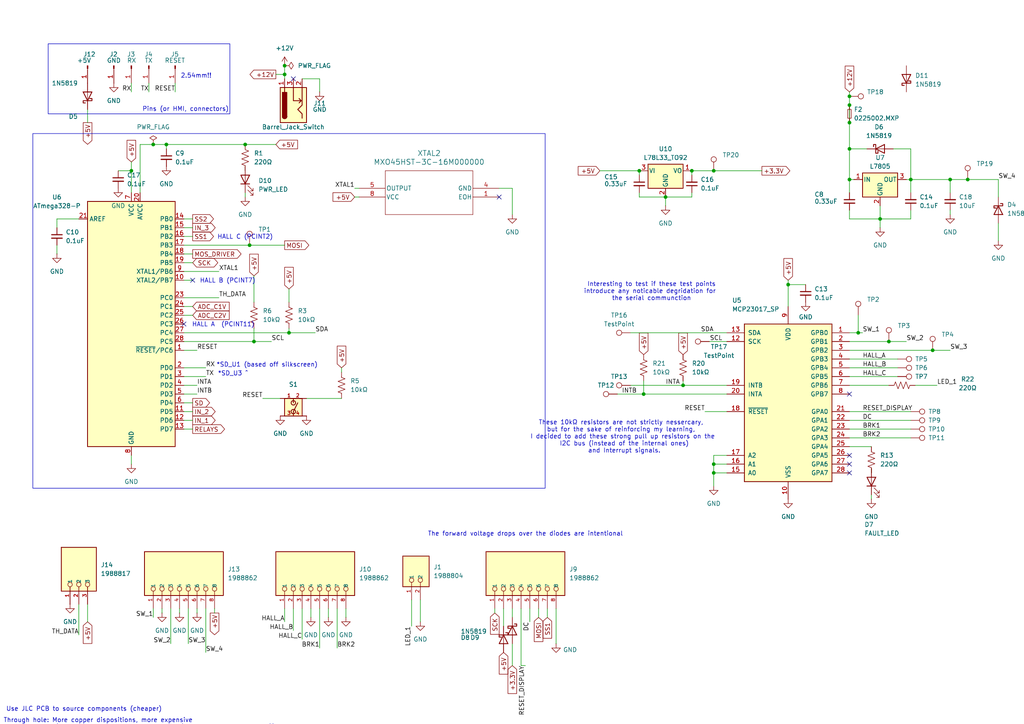
<source format=kicad_sch>
(kicad_sch (version 20231120) (generator "eeschema") (generator_version "8.0")
  (paper "A4")
  (title_block (title "Motor Controller") (date "2024-09-17") (rev "4") (company "Andrew Fischer"))
  (lib_symbols
    (symbol "1988804:1988804" (pin_names (offset 1.016))
      (property "Reference" "J" (at -2.54 3.302 0))
      (property "Value" "1988804" (at -2.54 -7.62 0))
      (symbol "1988804_0_0"
        (pin passive line (at -7.62 0 0) (length 5.08) (name "1") (number "1"))
        (pin passive line (at -7.62 -2.54 0) (length 5.08) (name "2") (number "2"))
      )
    )
    (symbol "1988817:1988817" (pin_names (offset 1.016))
      (property "Reference" "J" (at -6.85 5.08 0))
      (property "Value" "1988817" (at -6.35 -7.62 0))
      (symbol "1988817_0_0"
        (pin passive line (at -10.16 2.54 0) (length 5.08) (name "1") (number "1"))
        (pin passive line (at -10.16 0 0) (length 5.08) (name "2") (number "2"))
        (pin passive line (at -10.16 -2.54 0) (length 5.08) (name "3") (number "3"))
      )
    )
    (symbol "1988862:1988862" (pin_names (offset 1.016))
      (property "Reference" "J" (at -6.85 12.7 0))
      (property "Value" "1988862" (at -6.35 -12.7 0))
      (symbol "1988862_0_0"
        (pin passive line (at -10.16 10.16 0) (length 5.08) (name "1") (number "1"))
        (pin passive line (at -10.16 7.62 0) (length 5.08) (name "2") (number "2"))
        (pin passive line (at -10.16 5.08 0) (length 5.08) (name "3") (number "3"))
        (pin passive line (at -10.16 2.54 0) (length 5.08) (name "4") (number "4"))
        (pin passive line (at -10.16 0 0) (length 5.08) (name "5") (number "5"))
        (pin passive line (at -10.16 -2.54 0) (length 5.08) (name "6") (number "6"))
        (pin passive line (at -10.16 -5.08 0) (length 5.08) (name "7") (number "7"))
        (pin passive line (at -10.16 -7.62 0) (length 5.08) (name "8") (number "8"))
      )
    )
    (symbol "Connector:Barrel_Jack_Switch" (pin_names hide)
      (property "Reference" "J" (at 0 5.334 0))
      (property "Value" "Barrel_Jack_Switch" (at 0 -5.08 0))
      (symbol "Barrel_Jack_Switch_1_1"
        (pin passive line (at 7.62 2.54 180) (length 2.54) (name "~") (number "1"))
        (pin passive line (at 7.62 -2.54 180) (length 2.54) (name "~") (number "2"))
        (pin passive line (at 7.62 0 180) (length 2.54) (name "~") (number "3"))
      )
    )
    (symbol "Connector:Conn_01x01_Pin" (pin_names (offset 1.016) hide)
      (property "Reference" "J" (at 0 2.54 0))
      (property "Value" "Conn_01x01_Pin" (at 0 -2.54 0))
      (symbol "Conn_01x01_Pin_1_1"
        (pin passive line (at 5.08 0 180) (length 3.81) (name "Pin_1") (number "1"))
      )
    )
    (symbol "Connector:TestPoint" (pin_numbers hide) (pin_names (offset 0.762) hide)
      (property "Reference" "TP" (at 0 6.858 0))
      (property "Value" "TestPoint" (at 0 5.08 0))
      (symbol "TestPoint_1_1"
        (pin passive line (at 0 0 90) (length 2.54) (name "1") (number "1"))
      )
    )
    (symbol "Device:C_Small" (pin_numbers hide) (pin_names (offset 0.254) hide)
      (property "Reference" "C" (at 0.254 1.778 0))
      (property "Value" "C_Small" (at 0.254 -2.032 0))
      (symbol "C_Small_1_1"
        (pin passive line (at 0 2.54 270) (length 2.032) (name "~") (number "1"))
        (pin passive line (at 0 -2.54 90) (length 2.032) (name "~") (number "2"))
      )
    )
    (symbol "Device:Fuse_Small" (pin_numbers hide) (pin_names (offset 0.254) hide)
      (property "Reference" "F" (at 0 -1.524 0))
      (property "Value" "Fuse_Small" (at 0 1.524 0))
      (symbol "Fuse_Small_1_1"
        (pin passive line (at -2.54 0 0) (length 1.27) (name "~") (number "1"))
        (pin passive line (at 2.54 0 180) (length 1.27) (name "~") (number "2"))
      )
    )
    (symbol "Device:LED" (pin_numbers hide) (pin_names (offset 1.016) hide)
      (property "Reference" "D" (at 0 2.54 0))
      (property "Value" "LED" (at 0 -2.54 0))
      (symbol "LED_1_1"
        (pin passive line (at -3.81 0 0) (length 2.54) (name "K") (number "1"))
        (pin passive line (at 3.81 0 180) (length 2.54) (name "A") (number "2"))
      )
    )
    (symbol "Device:R_US" (pin_numbers hide) (pin_names (offset 0))
      (property "Reference" "R" (at 2.54 0 90))
      (property "Value" "R_US" (at -2.54 0 90))
      (symbol "R_US_1_1"
        (pin passive line (at 0 3.81 270) (length 1.27) (name "~") (number "1"))
        (pin passive line (at 0 -3.81 90) (length 1.27) (name "~") (number "2"))
      )
    )
    (symbol "Diode:1N5819" (pin_numbers hide) (pin_names (offset 1.016) hide)
      (property "Reference" "D" (at 0 2.54 0))
      (property "Value" "1N5819" (at 0 -2.54 0))
      (symbol "1N5819_1_1"
        (pin passive line (at -3.81 0 0) (length 2.54) (name "K") (number "1"))
        (pin passive line (at 3.81 0 180) (length 2.54) (name "A") (number "2"))
      )
    )
    (symbol "Interface_Expansion:MCP23017_SP" (pin_names (offset 1.016))
      (property "Reference" "U" (at -11.43 24.13 0))
      (property "Value" "MCP23017_SP" (at 0 0 0))
      (symbol "MCP23017_SP_1_1"
        (pin bidirectional line (at 17.78 20.32 180) (length 5.08) (name "GPB0") (number "1"))
        (pin power_in line (at 0 -27.94 90) (length 5.08) (name "VSS") (number "10"))
        (pin no_connect line (at -12.7 15.24 0) (length 5.08) hide (name "NC") (number "11"))
        (pin input line (at -17.78 17.78 0) (length 5.08) (name "SCK") (number "12"))
        (pin bidirectional line (at -17.78 20.32 0) (length 5.08) (name "SDA") (number "13"))
        (pin no_connect line (at -12.7 12.7 0) (length 5.08) hide (name "NC") (number "14"))
        (pin input line (at -17.78 -20.32 0) (length 5.08) (name "A0") (number "15"))
        (pin input line (at -17.78 -17.78 0) (length 5.08) (name "A1") (number "16"))
        (pin input line (at -17.78 -15.24 0) (length 5.08) (name "A2") (number "17"))
        (pin input line (at -17.78 -2.54 0) (length 5.08) (name "~{RESET}") (number "18"))
        (pin tri_state line (at -17.78 5.08 0) (length 5.08) (name "INTB") (number "19"))
        (pin bidirectional line (at 17.78 17.78 180) (length 5.08) (name "GPB1") (number "2"))
        (pin tri_state line (at -17.78 2.54 0) (length 5.08) (name "INTA") (number "20"))
        (pin bidirectional line (at 17.78 -2.54 180) (length 5.08) (name "GPA0") (number "21"))
        (pin bidirectional line (at 17.78 -5.08 180) (length 5.08) (name "GPA1") (number "22"))
        (pin bidirectional line (at 17.78 -7.62 180) (length 5.08) (name "GPA2") (number "23"))
        (pin bidirectional line (at 17.78 -10.16 180) (length 5.08) (name "GPA3") (number "24"))
        (pin bidirectional line (at 17.78 -12.7 180) (length 5.08) (name "GPA4") (number "25"))
        (pin bidirectional line (at 17.78 -15.24 180) (length 5.08) (name "GPA5") (number "26"))
        (pin bidirectional line (at 17.78 -17.78 180) (length 5.08) (name "GPA6") (number "27"))
        (pin bidirectional line (at 17.78 -20.32 180) (length 5.08) (name "GPA7") (number "28"))
        (pin bidirectional line (at 17.78 15.24 180) (length 5.08) (name "GPB2") (number "3"))
        (pin bidirectional line (at 17.78 12.7 180) (length 5.08) (name "GPB3") (number "4"))
        (pin bidirectional line (at 17.78 10.16 180) (length 5.08) (name "GPB4") (number "5"))
        (pin bidirectional line (at 17.78 7.62 180) (length 5.08) (name "GPB5") (number "6"))
        (pin bidirectional line (at 17.78 5.08 180) (length 5.08) (name "GPB6") (number "7"))
        (pin bidirectional line (at 17.78 2.54 180) (length 5.08) (name "GPB7") (number "8"))
        (pin power_in line (at 0 27.94 270) (length 5.08) (name "VDD") (number "9"))
      )
    )
    (symbol "MCU_Microchip_ATmega:ATmega328-P"
      (property "Reference" "U" (at -12.7 36.83 0))
      (property "Value" "ATmega328-P" (at 2.54 -36.83 0))
      (symbol "ATmega328-P_1_1"
        (pin bidirectional line (at 15.24 -7.62 180) (length 2.54) (name "~{RESET}/PC6") (number "1"))
        (pin bidirectional line (at 15.24 12.7 180) (length 2.54) (name "XTAL2/PB7") (number "10"))
        (pin bidirectional line (at 15.24 -25.4 180) (length 2.54) (name "PD5") (number "11"))
        (pin bidirectional line (at 15.24 -27.94 180) (length 2.54) (name "PD6") (number "12"))
        (pin bidirectional line (at 15.24 -30.48 180) (length 2.54) (name "PD7") (number "13"))
        (pin bidirectional line (at 15.24 30.48 180) (length 2.54) (name "PB0") (number "14"))
        (pin bidirectional line (at 15.24 27.94 180) (length 2.54) (name "PB1") (number "15"))
        (pin bidirectional line (at 15.24 25.4 180) (length 2.54) (name "PB2") (number "16"))
        (pin bidirectional line (at 15.24 22.86 180) (length 2.54) (name "PB3") (number "17"))
        (pin bidirectional line (at 15.24 20.32 180) (length 2.54) (name "PB4") (number "18"))
        (pin bidirectional line (at 15.24 17.78 180) (length 2.54) (name "PB5") (number "19"))
        (pin bidirectional line (at 15.24 -12.7 180) (length 2.54) (name "PD0") (number "2"))
        (pin power_in line (at 2.54 38.1 270) (length 2.54) (name "AVCC") (number "20"))
        (pin passive line (at -15.24 30.48 0) (length 2.54) (name "AREF") (number "21"))
        (pin passive line (at 0 -38.1 90) (length 2.54) hide (name "GND") (number "22"))
        (pin bidirectional line (at 15.24 7.62 180) (length 2.54) (name "PC0") (number "23"))
        (pin bidirectional line (at 15.24 5.08 180) (length 2.54) (name "PC1") (number "24"))
        (pin bidirectional line (at 15.24 2.54 180) (length 2.54) (name "PC2") (number "25"))
        (pin bidirectional line (at 15.24 0 180) (length 2.54) (name "PC3") (number "26"))
        (pin bidirectional line (at 15.24 -2.54 180) (length 2.54) (name "PC4") (number "27"))
        (pin bidirectional line (at 15.24 -5.08 180) (length 2.54) (name "PC5") (number "28"))
        (pin bidirectional line (at 15.24 -15.24 180) (length 2.54) (name "PD1") (number "3"))
        (pin bidirectional line (at 15.24 -17.78 180) (length 2.54) (name "PD2") (number "4"))
        (pin bidirectional line (at 15.24 -20.32 180) (length 2.54) (name "PD3") (number "5"))
        (pin bidirectional line (at 15.24 -22.86 180) (length 2.54) (name "PD4") (number "6"))
        (pin power_in line (at 0 38.1 270) (length 2.54) (name "VCC") (number "7"))
        (pin power_in line (at 0 -38.1 90) (length 2.54) (name "GND") (number "8"))
        (pin bidirectional line (at 15.24 15.24 180) (length 2.54) (name "XTAL1/PB6") (number "9"))
      )
    )
    (symbol "MXO45HST-3C-16M000000:MXO45HST-3C-16M000000" (pin_names (offset 0.254))
      (property "Reference" "XTAL" (at 20.32 10.16 0))
      (property "Value" "MXO45HST-3C-16M000000" (at 20.32 7.62 0))
      (symbol "MXO45HST-3C-16M000000_0_1"
        (pin input line (at 0 0 0) (length 7.62) (name "EOH") (number "1"))
        (pin power_out line (at 0 -2.54 0) (length 7.62) (name "GND") (number "4"))
        (pin output line (at 40.64 -2.54 180) (length 7.62) (name "OUTPUT") (number "5"))
        (pin power_in line (at 40.64 0 180) (length 7.62) (name "VCC") (number "8"))
      )
    )
    (symbol "Regulator_Linear:L7805" (pin_names (offset 0.254))
      (property "Reference" "U" (at -3.81 3.175 0))
      (property "Value" "L7805" (at 0 3.175 0))
      (symbol "L7805_1_1"
        (pin power_in line (at -7.62 0 0) (length 2.54) (name "IN") (number "1"))
        (pin power_in line (at 0 -7.62 90) (length 2.54) (name "GND") (number "2"))
        (pin power_out line (at 7.62 0 180) (length 2.54) (name "OUT") (number "3"))
      )
    )
    (symbol "Regulator_Linear:L78L33_TO92" (pin_names (offset 0.254))
      (property "Reference" "U" (at -3.81 3.175 0))
      (property "Value" "L78L33_TO92" (at 0 3.175 0))
      (symbol "L78L33_TO92_1_1"
        (pin power_out line (at 7.62 0 180) (length 2.54) (name "VO") (number "1"))
        (pin power_in line (at 0 -7.62 90) (length 2.54) (name "GND") (number "2"))
        (pin power_in line (at -7.62 0 0) (length 2.54) (name "VI") (number "3"))
      )
    )
    (symbol "TS02-66-50-BK-160-LCR-D:TS02-66-50-BK-160-LCR-D" (pin_names (offset 1.016))
      (property "Reference" "S1" (at 0 12.7 0))
      (property "Value" "TS02-66-50-BK-160-LCR-D" (at 0.508 -4.318 0))
      (symbol "TS02-66-50-BK-160-LCR-D_0_0"
        (pin passive line (at -3.81 2.54 0) (length 5.08) (name "~") (number "1"))
        (pin passive line (at 3.81 2.54 180) (length 5.08) (name "~") (number "2"))
        (pin passive line (at -3.81 -2.54 0) (length 5.08) (name "~") (number "3"))
        (pin passive line (at 3.81 -2.54 180) (length 5.08) (name "~") (number "4"))
      )
    )
    (symbol "power:+12V" (power) (pin_numbers hide) (pin_names (offset 0) hide)
      (property "Value" "+12V" (at 0 3.556 0))
      (symbol "+12V_1_1"
        (pin power_in line (at 0 0 90) (length 0) (name "~") (number "1"))
      )
    )
    (symbol "power:GND" (power) (pin_numbers hide) (pin_names (offset 0) hide)
      (property "Value" "GND" (at 0 -3.81 0))
      (symbol "GND_1_1"
        (pin power_in line (at 0 0 270) (length 0) (name "~") (number "1"))
      )
    )
    (symbol "power:PWR_FLAG" (power) (pin_numbers hide) (pin_names (offset 0) hide)
      (property "Value" "PWR_FLAG" (at 0 3.81 0))
      (symbol "PWR_FLAG_0_0"
        (pin power_out line (at 0 0 90) (length 0) (name "~") (number "1"))
      )
    )
  )
  (junction (at 246.38 30.48))
  (junction (at 38.1 49.53))
  (junction (at 246.38 43.18))
  (junction (at 200.66 49.53))
  (junction (at 280.67 52.07))
  (junction (at 198.12 111.76))
  (junction (at 270.51 101.6))
  (junction (at 207.01 49.53))
  (junction (at 275.59 52.07))
  (junction (at 246.38 35.56))
  (junction (at 246.38 27.94))
  (junction (at 257.81 99.06))
  (junction (at 83.82 96.52))
  (junction (at 248.92 96.52))
  (junction (at 71.12 41.91))
  (junction (at 72.39 71.12))
  (junction (at 82.55 21.59))
  (junction (at 228.6 82.55))
  (junction (at 264.16 52.07))
  (junction (at 246.38 52.07))
  (junction (at 193.04 57.15))
  (junction (at 48.26 41.91))
  (junction (at 82.55 19.05))
  (junction (at 207.01 137.16))
  (junction (at 185.42 49.53))
  (junction (at 255.27 63.5))
  (junction (at 207.01 134.62))
  (junction (at 44.45 41.91))
  (junction (at 73.66 99.06))
  (junction (at 186.69 114.3))
  (no_connect (at 246.38 137.16))
  (no_connect (at 246.38 132.08))
  (no_connect (at 246.38 134.62))
  (no_connect (at 144.78 57.15))
  (no_connect (at 246.38 114.3))
  (no_connect (at 55.88 81.28))
  (no_connect (at 53.34 93.98))
  (no_connect (at 85.09 22.86))
  (wire (pts (xy 73.66 95.25) (xy 73.66 99.06)))
  (wire (pts (xy 185.42 57.15) (xy 193.04 57.15)))
  (wire (pts (xy 46.99 176.53) (xy 46.99 177.8)))
  (wire (pts (xy 53.34 111.76) (xy 57.15 111.76)))
  (wire (pts (xy 53.34 109.22) (xy 59.69 109.22)))
  (wire (pts (xy 16.51 66.04) (xy 16.51 63.5)))
  (wire (pts (xy 38.1 46.99) (xy 38.1 49.53)))
  (wire (pts (xy 228.6 82.55) (xy 228.6 88.9)))
  (wire (pts (xy 246.38 52.07) (xy 247.65 52.07)))
  (wire (pts (xy 50.8 24.13) (xy 50.8 26.67)))
  (wire (pts (xy 185.42 55.88) (xy 185.42 57.15)))
  (wire (pts (xy 179.07 114.3) (xy 186.69 114.3)))
  (wire (pts (xy 246.38 121.92) (xy 264.16 121.92)))
  (wire (pts (xy 48.26 41.91) (xy 71.12 41.91)))
  (wire (pts (xy 99.06 106.68) (xy 99.06 107.95)))
  (wire (pts (xy 246.38 106.68) (xy 260.35 106.68)))
  (wire (pts (xy 53.34 114.3) (xy 57.15 114.3)))
  (wire (pts (xy 16.51 63.5) (xy 22.86 63.5)))
  (wire (pts (xy 270.51 101.6) (xy 275.59 101.6)))
  (wire (pts (xy 146.05 176.53) (xy 146.05 181.61)))
  (wire (pts (xy 207.01 49.53) (xy 220.98 49.53)))
  (wire (pts (xy 248.92 96.52) (xy 250.19 96.52)))
  (wire (pts (xy 200.66 57.15) (xy 193.04 57.15)))
  (wire (pts (xy 151.13 193.04) (xy 151.13 176.53)))
  (wire (pts (xy 173.99 49.53) (xy 185.42 49.53)))
  (wire (pts (xy 72.39 71.12) (xy 82.55 71.12)))
  (wire (pts (xy 53.34 73.66) (xy 55.88 73.66)))
  (wire (pts (xy 275.59 52.07) (xy 275.59 55.88)))
  (wire (pts (xy 153.67 176.53) (xy 153.67 180.34)))
  (wire (pts (xy 143.51 176.53) (xy 143.51 177.8)))
  (wire (pts (xy 289.56 64.77) (xy 289.56 69.85)))
  (wire (pts (xy 185.42 49.53) (xy 185.42 50.8)))
  (wire (pts (xy 264.16 43.18) (xy 264.16 52.07)))
  (wire (pts (xy 148.59 62.23) (xy 148.59 54.61)))
  (wire (pts (xy 248.92 91.44) (xy 248.92 96.52)))
  (wire (pts (xy 186.69 110.49) (xy 186.69 114.3)))
  (wire (pts (xy 246.38 119.38) (xy 264.16 119.38)))
  (wire (pts (xy 22.86 175.26) (xy 22.86 184.15)))
  (wire (pts (xy 255.27 63.5) (xy 255.27 59.69)))
  (wire (pts (xy 49.53 176.53) (xy 49.53 186.69)))
  (wire (pts (xy 246.38 63.5) (xy 255.27 63.5)))
  (wire (pts (xy 200.66 49.53) (xy 200.66 50.8)))
  (wire (pts (xy 92.71 22.86) (xy 87.63 22.86)))
  (wire (pts (xy 228.6 82.55) (xy 233.68 82.55)))
  (wire (pts (xy 80.01 21.59) (xy 82.55 21.59)))
  (wire (pts (xy 252.73 137.16) (xy 252.73 135.89)))
  (wire (pts (xy 161.29 176.53) (xy 161.29 186.69)))
  (wire (pts (xy 53.34 96.52) (xy 83.82 96.52)))
  (wire (pts (xy 255.27 66.04) (xy 255.27 63.5)))
  (wire (pts (xy 82.55 21.59) (xy 82.55 22.86)))
  (wire (pts (xy 207.01 137.16) (xy 210.82 137.16)))
  (wire (pts (xy 246.38 26.67) (xy 246.38 27.94)))
  (wire (pts (xy 207.01 140.97) (xy 207.01 137.16)))
  (wire (pts (xy 44.45 176.53) (xy 44.45 179.07)))
  (wire (pts (xy 53.34 119.38) (xy 55.88 119.38)))
  (wire (pts (xy 38.1 132.08) (xy 38.1 134.62)))
  (wire (pts (xy 148.59 186.69) (xy 148.59 193.04)))
  (wire (pts (xy 193.04 59.69) (xy 193.04 57.15)))
  (wire (pts (xy 246.38 127) (xy 264.16 127)))
  (wire (pts (xy 59.69 176.53) (xy 59.69 189.23)))
  (wire (pts (xy 264.16 52.07) (xy 264.16 55.88)))
  (wire (pts (xy 83.82 95.25) (xy 83.82 96.52)))
  (wire (pts (xy 246.38 63.5) (xy 246.38 60.96)))
  (wire (pts (xy 57.15 177.8) (xy 57.15 176.53)))
  (wire (pts (xy 182.88 111.76) (xy 198.12 111.76)))
  (wire (pts (xy 246.38 96.52) (xy 248.92 96.52)))
  (wire (pts (xy 255.27 63.5) (xy 264.16 63.5)))
  (wire (pts (xy 275.59 52.07) (xy 280.67 52.07)))
  (wire (pts (xy 182.88 96.52) (xy 210.82 96.52)))
  (wire (pts (xy 82.55 176.53) (xy 82.55 180.34)))
  (wire (pts (xy 71.12 55.88) (xy 71.12 57.15)))
  (wire (pts (xy 43.18 24.13) (xy 43.18 26.67)))
  (wire (pts (xy 152.4 193.04) (xy 151.13 193.04)))
  (wire (pts (xy 198.12 111.76) (xy 210.82 111.76)))
  (wire (pts (xy 100.33 176.53) (xy 100.33 179.07)))
  (wire (pts (xy 83.82 96.52) (xy 91.44 96.52)))
  (wire (pts (xy 85.09 176.53) (xy 85.09 182.88)))
  (wire (pts (xy 34.29 49.53) (xy 38.1 49.53)))
  (wire (pts (xy 102.87 54.61) (xy 104.14 54.61)))
  (wire (pts (xy 257.81 99.06) (xy 262.89 99.06)))
  (wire (pts (xy 63.5 78.74) (xy 53.34 78.74)))
  (wire (pts (xy 246.38 109.22) (xy 260.35 109.22)))
  (wire (pts (xy 148.59 176.53) (xy 148.59 179.07)))
  (wire (pts (xy 246.38 101.6) (xy 270.51 101.6)))
  (wire (pts (xy 246.38 35.56) (xy 246.38 43.18)))
  (wire (pts (xy 246.38 99.06) (xy 257.81 99.06)))
  (wire (pts (xy 53.34 124.46) (xy 55.88 124.46)))
  (wire (pts (xy 53.34 99.06) (xy 73.66 99.06)))
  (wire (pts (xy 76.2 115.57) (xy 81.28 115.57)))
  (wire (pts (xy 246.38 27.94) (xy 246.38 30.48)))
  (wire (pts (xy 200.66 55.88) (xy 200.66 57.15)))
  (wire (pts (xy 53.34 121.92) (xy 55.88 121.92)))
  (wire (pts (xy 53.34 68.58) (xy 55.88 68.58)))
  (wire (pts (xy 82.55 19.05) (xy 82.55 21.59)))
  (wire (pts (xy 53.34 106.68) (xy 59.69 106.68)))
  (wire (pts (xy 87.63 176.53) (xy 87.63 185.42)))
  (wire (pts (xy 71.12 41.91) (xy 80.01 41.91)))
  (wire (pts (xy 119.38 173.99) (xy 119.38 181.61)))
  (wire (pts (xy 246.38 124.46) (xy 264.16 124.46)))
  (wire (pts (xy 186.69 114.3) (xy 210.82 114.3)))
  (wire (pts (xy 246.38 30.48) (xy 246.38 35.56)))
  (wire (pts (xy 38.1 49.53) (xy 38.1 55.88)))
  (wire (pts (xy 200.66 49.53) (xy 207.01 49.53)))
  (wire (pts (xy 264.16 43.18) (xy 259.08 43.18)))
  (wire (pts (xy 246.38 43.18) (xy 251.46 43.18)))
  (wire (pts (xy 156.21 176.53) (xy 156.21 179.07)))
  (wire (pts (xy 207.01 134.62) (xy 207.01 132.08)))
  (wire (pts (xy 264.16 52.07) (xy 262.89 52.07)))
  (wire (pts (xy 73.66 99.06) (xy 78.74 99.06)))
  (wire (pts (xy 246.38 104.14) (xy 260.35 104.14)))
  (wire (pts (xy 16.51 71.12) (xy 16.51 73.66)))
  (wire (pts (xy 53.34 86.36) (xy 63.5 86.36)))
  (wire (pts (xy 53.34 76.2) (xy 55.88 76.2)))
  (wire (pts (xy 264.16 63.5) (xy 264.16 60.96)))
  (wire (pts (xy 90.17 176.53) (xy 90.17 179.07)))
  (wire (pts (xy 289.56 52.07) (xy 289.56 57.15)))
  (wire (pts (xy 280.67 52.07) (xy 289.56 52.07)))
  (wire (pts (xy 25.4 31.75) (xy 25.4 35.56)))
  (wire (pts (xy 92.71 26.67) (xy 92.71 22.86)))
  (wire (pts (xy 252.73 143.51) (xy 252.73 144.78)))
  (wire (pts (xy 53.34 91.44) (xy 55.88 91.44)))
  (wire (pts (xy 275.59 60.96) (xy 275.59 62.23)))
  (wire (pts (xy 83.82 83.82) (xy 83.82 87.63)))
  (wire (pts (xy 38.1 24.13) (xy 38.1 26.67)))
  (wire (pts (xy 205.74 99.06) (xy 210.82 99.06)))
  (wire (pts (xy 92.71 176.53) (xy 92.71 187.96)))
  (wire (pts (xy 102.87 57.15) (xy 104.14 57.15)))
  (wire (pts (xy 53.34 66.04) (xy 55.88 66.04)))
  (wire (pts (xy 53.34 63.5) (xy 55.88 63.5)))
  (wire (pts (xy 198.12 110.49) (xy 198.12 111.76)))
  (wire (pts (xy 53.34 116.84) (xy 55.88 116.84)))
  (wire (pts (xy 265.43 111.76) (xy 271.78 111.76)))
  (wire (pts (xy 73.66 80.01) (xy 73.66 87.63)))
  (wire (pts (xy 246.38 43.18) (xy 246.38 52.07)))
  (wire (pts (xy 264.16 52.07) (xy 275.59 52.07)))
  (wire (pts (xy 228.6 81.28) (xy 228.6 82.55)))
  (wire (pts (xy 54.61 176.53) (xy 54.61 186.69)))
  (wire (pts (xy 158.75 176.53) (xy 158.75 179.07)))
  (wire (pts (xy 95.25 176.53) (xy 95.25 179.07)))
  (wire (pts (xy 71.12 49.53) (xy 71.12 48.26)))
  (wire (pts (xy 121.92 173.99) (xy 121.92 180.34)))
  (wire (pts (xy 53.34 88.9) (xy 55.88 88.9)))
  (wire (pts (xy 207.01 132.08) (xy 210.82 132.08)))
  (wire (pts (xy 207.01 137.16) (xy 207.01 134.62)))
  (wire (pts (xy 53.34 71.12) (xy 72.39 71.12)))
  (wire (pts (xy 40.64 41.91) (xy 44.45 41.91)))
  (wire (pts (xy 62.23 176.53) (xy 62.23 177.8)))
  (wire (pts (xy 25.4 175.26) (xy 25.4 180.34)))
  (wire (pts (xy 53.34 101.6) (xy 57.15 101.6)))
  (wire (pts (xy 246.38 129.54) (xy 252.73 129.54)))
  (wire (pts (xy 204.47 119.38) (xy 210.82 119.38)))
  (wire (pts (xy 246.38 111.76) (xy 257.81 111.76)))
  (wire (pts (xy 48.26 43.18) (xy 48.26 41.91)))
  (wire (pts (xy 53.34 81.28) (xy 55.88 81.28)))
  (wire (pts (xy 40.64 41.91) (xy 40.64 55.88)))
  (wire (pts (xy 88.9 115.57) (xy 99.06 115.57)))
  (wire (pts (xy 44.45 41.91) (xy 48.26 41.91)))
  (wire (pts (xy 52.07 176.53) (xy 52.07 177.8)))
  (wire (pts (xy 97.79 176.53) (xy 97.79 187.96)))
  (wire (pts (xy 246.38 52.07) (xy 246.38 55.88)))
  (wire (pts (xy 148.59 54.61) (xy 144.78 54.61)))
  (wire (pts (xy 207.01 134.62) (xy 210.82 134.62)))
  (rectangle (start 9.525 38.735) (end 158.115 141.605))
  (rectangle (start 13.97 12.7) (end 66.675 33.02))
  (text "Use JLC PCB to source components (cheaper)\n" (at 24.384 205.74 0) (effects (font (size 1.27 1.27))))
  (text "Through hole: More copper dispositions, more expensive\nSurface mount: ~1/10 price of surface (0402 .4 x .2 mm 0805 .8 x .5 mm (easier to solder manually))\n\nyageo is good\n\n" (at 28.448 213.106 0) (effects (font (size 1.27 1.27))))
  (text "2.54mm!!\n" (at 56.896 22.098 0) (effects (font (size 1.27 1.27))))
  (text "Interesting to test if these test points\nintroduce any noticable degridation for \nthe serial communction" (at 188.976 84.582 0) (effects (font (size 1.27 1.27))))
  (text "HALL B (PCINT7)\n\n" (at 66.04 82.55 0) (effects (font (size 1.27 1.27))))
  (text "The forward voltage drops over the diodes are intentional" (at 152.4 154.94 0) (effects (font (size 1.27 1.27))))
  (text "*SD_U3 ^" (at 67.564 108.458 0) (effects (font (size 1.27 1.27))))
  (text "Pins (or HMI, connectors)\n" (at 53.848 31.75 0) (effects (font (size 1.27 1.27))))
  (text "These 10kΩ resistors are not strictly nessercary, \nbut for the sake of reinforcing my learning, \nI decided to add these strong pull up resistors on the\n I2C bus (instead of the internal ones)\n and Interrupt signals." (at 180.594 126.746 0) (effects (font (size 1.27 1.27))))
  (text "HALL C (PCINT2)\n\n" (at 71.12 69.85 0) (effects (font (size 1.27 1.27))))
  (text "HALL A  (PCINT11)\n\n" (at 64.77 95.25 0) (effects (font (size 1.27 1.27))))
  (text "*SD_U1 (based off silkscreen)\n" (at 77.47 105.918 0) (effects (font (size 1.27 1.27))))
  (text "smd (surfcae mount device smc, surface mount component)" (at 70.358 221.488 0) (effects (font (size 1.27 1.27))))
  (label "SW_4" (at 59.69 189.23 0))
  (label "SW_4" (at 289.56 52.07 0))
  (label "BRK2" (at 250.19 127 0))
  (label "LED_1" (at 271.78 111.76 0))
  (label "INTA" (at 193.04 111.76 0))
  (label "DC" (at 250.19 121.92 0))
  (label "TH_DATA" (at 22.86 184.15 180))
  (label "BRK1" (at 92.71 187.96 180))
  (label "TX" (at 43.18 26.67 180))
  (label "HALL_A" (at 250.19 104.14 0))
  (label "BRK2" (at 97.79 187.96 0))
  (label "RESET" (at 50.8 26.67 180))
  (label "RESET" (at 57.15 101.6 0))
  (label "BRK1" (at 250.19 124.46 0))
  (label "SW_2" (at 49.53 186.69 180))
  (label "RESET_DISPLAY" (at 250.19 119.38 0))
  (label "SW_3" (at 275.59 101.6 0))
  (label "HALL_A" (at 82.55 180.34 180))
  (label "HALL_C" (at 250.19 109.22 0))
  (label "SW_1" (at 44.45 179.07 180))
  (label "SDA" (at 91.44 96.52 0))
  (label "INTA" (at 57.15 111.76 0))
  (label "HALL_B" (at 250.19 106.68 0))
  (label "HALL_C" (at 87.63 185.42 180))
  (label "SDA" (at 207.01 96.52 180))
  (label "INTB" (at 180.34 114.3 0))
  (label "RESET_DISPLAY" (at 152.4 193.04 270))
  (label "SW_1" (at 250.19 96.52 0))
  (label "RX" (at 38.1 26.67 180))
  (label "SCL" (at 209.55 99.06 180))
  (label "XTAL1" (at 63.5 78.74 0))
  (label "LED_1" (at 119.38 181.61 270))
  (label "RX" (at 59.69 106.68 0))
  (label "SW_3" (at 54.61 186.69 0))
  (label "HALL_B" (at 85.09 182.88 180))
  (label "TX" (at 59.69 109.22 0))
  (label "DC" (at 153.67 180.34 270))
  (label "SCL" (at 78.74 99.06 0))
  (label "INTB" (at 57.15 114.3 0))
  (label "XTAL1" (at 102.87 54.61 180))
  (label "RESET" (at 204.47 119.38 180))
  (label "SW_2" (at 262.89 99.06 0))
  (label "TH_DATA" (at 63.5 86.36 0))
  (label "RESET" (at 76.2 115.57 180))
  (global_label "SCK" (shape input) (at 143.51 177.8 270) (property "Intersheetrefs" "${INTERSHEET_REFS}" (effects (hide yes))))
  (global_label "+5V" (shape output) (at 25.4 35.56 270) (property "Intersheetrefs" "${INTERSHEET_REFS}" (effects (hide yes))))
  (global_label "+5V" (shape input) (at 102.87 57.15 180) (property "Intersheetrefs" "${INTERSHEET_REFS}" (effects (hide yes))))
  (global_label "SCK" (shape bidirectional) (at 55.88 76.2 0) (property "Intersheetrefs" "${INTERSHEET_REFS}" (effects (hide yes))))
  (global_label "+3.3V" (shape output) (at 220.98 49.53 0) (property "Intersheetrefs" "${INTERSHEET_REFS}" (effects (hide yes))))
  (global_label "+5V" (shape input) (at 228.6 81.28 90) (property "Intersheetrefs" "${INTERSHEET_REFS}" (effects (hide yes))))
  (global_label "SS2" (shape output) (at 55.88 63.5 0) (property "Intersheetrefs" "${INTERSHEET_REFS}" (effects (hide yes))))
  (global_label "+5V" (shape input) (at 173.99 49.53 180) (property "Intersheetrefs" "${INTERSHEET_REFS}" (effects (hide yes))))
  (global_label "IN_2" (shape output) (at 55.88 119.38 0) (property "Intersheetrefs" "${INTERSHEET_REFS}" (effects (hide yes))))
  (global_label "MOSI" (shape output) (at 82.55 71.12 0) (property "Intersheetrefs" "${INTERSHEET_REFS}" (effects (hide yes))))
  (global_label "+5V" (shape input) (at 99.06 106.68 90) (property "Intersheetrefs" "${INTERSHEET_REFS}" (effects (hide yes))))
  (global_label "SS1" (shape input) (at 158.75 179.07 270) (property "Intersheetrefs" "${INTERSHEET_REFS}" (effects (hide yes))))
  (global_label "+5V" (shape input) (at 38.1 46.99 90) (property "Intersheetrefs" "${INTERSHEET_REFS}" (effects (hide yes))))
  (global_label "+5V" (shape input) (at 146.05 189.23 270) (property "Intersheetrefs" "${INTERSHEET_REFS}" (effects (hide yes))))
  (global_label "MOS_DRIVER" (shape output) (at 55.88 73.66 0) (property "Intersheetrefs" "${INTERSHEET_REFS}" (effects (hide yes))))
  (global_label "+5V" (shape input) (at 80.01 41.91 0) (property "Intersheetrefs" "${INTERSHEET_REFS}" (effects (hide yes))))
  (global_label "+5V" (shape output) (at 62.23 177.8 270) (property "Intersheetrefs" "${INTERSHEET_REFS}" (effects (hide yes))))
  (global_label "+3.3V" (shape input) (at 148.59 193.04 270) (property "Intersheetrefs" "${INTERSHEET_REFS}" (effects (hide yes))))
  (global_label "+12V" (shape output) (at 80.01 21.59 180) (property "Intersheetrefs" "${INTERSHEET_REFS}" (effects (hide yes))))
  (global_label "SS1" (shape output) (at 55.88 68.58 0) (property "Intersheetrefs" "${INTERSHEET_REFS}" (effects (hide yes))))
  (global_label "IN_1" (shape output) (at 55.88 121.92 0) (property "Intersheetrefs" "${INTERSHEET_REFS}" (effects (hide yes))))
  (global_label "IN_3" (shape output) (at 55.88 66.04 0) (property "Intersheetrefs" "${INTERSHEET_REFS}" (effects (hide yes))))
  (global_label "+12V" (shape input) (at 246.38 26.67 90) (property "Intersheetrefs" "${INTERSHEET_REFS}" (effects (hide yes))))
  (global_label "+5V" (shape input) (at 25.4 180.34 270) (property "Intersheetrefs" "${INTERSHEET_REFS}" (effects (hide yes))))
  (global_label "MOSI" (shape input) (at 156.21 179.07 270) (property "Intersheetrefs" "${INTERSHEET_REFS}" (effects (hide yes))))
  (global_label "+5V" (shape input) (at 198.12 102.87 90) (property "Intersheetrefs" "${INTERSHEET_REFS}" (effects (hide yes))))
  (global_label "+5V" (shape input) (at 73.66 80.01 90) (property "Intersheetrefs" "${INTERSHEET_REFS}" (effects (hide yes))))
  (global_label "ADC_C2V" (shape input) (at 55.88 91.44 0) (property "Intersheetrefs" "${INTERSHEET_REFS}" (effects (hide yes))))
  (global_label "SD" (shape output) (at 55.88 116.84 0) (property "Intersheetrefs" "${INTERSHEET_REFS}" (effects (hide yes))))
  (global_label "+5V" (shape input) (at 186.69 102.87 90) (property "Intersheetrefs" "${INTERSHEET_REFS}" (effects (hide yes))))
  (global_label "RELAYS" (shape output) (at 55.88 124.46 0) (property "Intersheetrefs" "${INTERSHEET_REFS}" (effects (hide yes))))
  (global_label "+5V" (shape input) (at 83.82 83.82 90) (property "Intersheetrefs" "${INTERSHEET_REFS}" (effects (hide yes))))
  (global_label "ADC_C1V" (shape input) (at 55.88 88.9 0) (property "Intersheetrefs" "${INTERSHEET_REFS}" (effects (hide yes))))
  (symbol (lib_id "power:GND") (at 95.25 179.07 0) (unit 1)
    (property "Reference" "#PWR052" (effects (hide yes)))
    (property "Value" "GND" (at 95.25 184.15 0))
    (property "Description" "Power symbol creates a global label with name \"GND\" , ground" (effects (hide yes)))
  )
  (symbol (lib_id "Device:R_US") (at 83.82 91.44 0) (unit 1)
    (property "Reference" "R3" (at 86.36 90.1699 0) (effects (justify left)))
    (property "Value" "10kΩ" (at 86.36 92.7099 0) (effects (justify left)))
    (property "Footprint" "Resistor_THT:R_Axial_DIN0207_L6.3mm_D2.5mm_P10.16mm_Horizontal" (effects (hide yes)))
    (property "Description" "Resistor, US symbol" (effects (hide yes)))
  )
  (symbol (lib_id "Device:R_US") (at 252.73 133.35 0) (unit 1)
    (property "Reference" "R13" (at 255.27 132.0799 0) (effects (justify left)))
    (property "Value" "220Ω" (at 255.27 134.6199 0) (effects (justify left)))
    (property "Footprint" "Resistor_THT:R_Axial_DIN0207_L6.3mm_D2.5mm_P10.16mm_Horizontal" (effects (hide yes)))
    (property "Description" "Resistor, US symbol" (effects (hide yes)))
  )
  (symbol (lib_id "Connector:TestPoint") (at 72.39 71.12 0) (unit 1)
    (property "Reference" "TP1" (at 74.93 66.5479 0) (effects (justify left)))
    (property "Value" "TestPoint" (effects (hide yes)))
    (property "Footprint" "TestPoint:TestPoint_THTPad_1.0x1.0mm_Drill0.5mm" (effects (hide yes)))
    (property "Description" "test point" (effects (hide yes)))
  )
  (symbol (lib_id "Connector:TestPoint") (at 182.88 111.76 90) (unit 1)
    (property "Reference" "TP13" (at 179.578 109.22 90))
    (property "Value" "TestPoint" (effects (hide yes)))
    (property "Footprint" "TestPoint:TestPoint_THTPad_1.0x1.0mm_Drill0.5mm" (effects (hide yes)))
    (property "Description" "test point" (effects (hide yes)))
  )
  (symbol (lib_id "power:GND") (at 92.71 26.67 0) (unit 1)
    (property "Reference" "#PWR023" (effects (hide yes)))
    (property "Value" "GND" (at 92.71 31.75 0))
    (property "Description" "Power symbol creates a global label with name \"GND\" , ground" (effects (hide yes)))
  )
  (symbol (lib_id "Connector:TestPoint") (at 264.16 127 270) (unit 1)
    (property "Reference" "TP11" (at 269.24 126.9999 90) (effects (justify left)))
    (property "Value" "TestPoint" (effects (hide yes)))
    (property "Footprint" "TestPoint:TestPoint_THTPad_1.0x1.0mm_Drill0.5mm" (effects (hide yes)))
    (property "Description" "test point" (effects (hide yes)))
  )
  (symbol (lib_id "power:+12V") (at 82.55 19.05 0) (unit 1)
    (property "Reference" "#PWR024" (effects (hide yes)))
    (property "Value" "+12V" (at 82.55 13.97 0))
    (property "Description" "Power symbol creates a global label with name \"+12V\"" (effects (hide yes)))
  )
  (symbol (lib_id "power:GND") (at 100.33 179.07 0) (unit 1)
    (property "Reference" "#PWR053" (effects (hide yes)))
    (property "Value" "GND" (at 100.33 184.15 0))
    (property "Description" "Power symbol creates a global label with name \"GND\" , ground" (effects (hide yes)))
  )
  (symbol (lib_id "Device:C_Small") (at 48.26 45.72 0) (unit 1)
    (property "Reference" "C9" (at 50.8 44.4562 0) (effects (justify left)))
    (property "Value" "0.1uF" (at 50.8 46.9962 0) (effects (justify left)))
    (property "Footprint" "Ceramic_Cap_5.08mm_Spacing:Ceramic_Cap_5.08mm_Spacing" (effects (hide yes)))
    (property "Description" "Unpolarized capacitor, small symbol" (effects (hide yes)))
  )
  (symbol (lib_id "Device:LED") (at 252.73 139.7 90) (unit 1)
    (property "Reference" "D7" (at 250.698 152.146 90) (effects (justify right)))
    (property "Value" "FAULT_LED" (at 250.698 154.686 90) (effects (justify right)))
    (property "Footprint" "LED_THT:LED_D5.0mm" (effects (hide yes)))
    (property "Description" "Light emitting diode" (effects (hide yes)))
  )
  (symbol (lib_id "Connector:TestPoint") (at 270.51 101.6 0) (unit 1)
    (property "Reference" "TP4" (at 273.05 97.0279 0) (effects (justify left)))
    (property "Value" "TestPoint" (effects (hide yes)))
    (property "Footprint" "TestPoint:TestPoint_THTPad_1.0x1.0mm_Drill0.5mm" (effects (hide yes)))
    (property "Description" "test point" (effects (hide yes)))
  )
  (symbol (lib_id "Connector:Conn_01x01_Pin") (at 25.4 19.05 270) (unit 1)
    (property "Reference" "J12" (at 24.13 15.748 90) (effects (justify left)))
    (property "Value" "+5V" (at 22.352 17.526 90) (effects (justify left)))
    (property "Footprint" "Connector_PinHeader_1.00mm:PinHeader_1x01_P1.00mm_Vertical" (effects (hide yes)))
    (property "Description" "Generic connector, single row, 01x01, script generated" (effects (hide yes)))
  )
  (symbol (lib_id "Connector:TestPoint") (at 207.01 49.53 0) (unit 1)
    (property "Reference" "TP20" (at 209.55 44.9579 0) (effects (justify left)))
    (property "Value" "TestPoint" (effects (hide yes)))
    (property "Footprint" "TestPoint:TestPoint_THTPad_1.0x1.0mm_Drill0.5mm" (effects (hide yes)))
    (property "Description" "test point" (effects (hide yes)))
  )
  (symbol (lib_id "Connector:Conn_01x01_Pin") (at 50.8 19.05 270) (unit 1)
    (property "Reference" "J5" (at 49.53 15.748 90) (effects (justify left)))
    (property "Value" "RESET" (at 47.752 17.526 90) (effects (justify left)))
    (property "Footprint" "Connector_PinHeader_1.00mm:PinHeader_1x01_P1.00mm_Vertical" (effects (hide yes)))
    (property "Description" "Generic connector, single row, 01x01, script generated" (effects (hide yes)))
  )
  (symbol (lib_id "Device:C_Small") (at 16.51 68.58 0) (unit 1)
    (property "Reference" "C10" (at 19.05 67.3162 0) (effects (justify left)))
    (property "Value" "0.1uF" (at 19.05 69.8562 0) (effects (justify left)))
    (property "Footprint" "Ceramic_Cap_5.08mm_Spacing:Ceramic_Cap_5.08mm_Spacing" (effects (hide yes)))
    (property "Description" "Unpolarized capacitor, small symbol" (effects (hide yes)))
  )
  (symbol (lib_id "Regulator_Linear:L7805") (at 255.27 52.07 0) (unit 1)
    (property "Reference" "U7" (at 255.27 45.72 0))
    (property "Value" "L7805" (at 255.27 48.26 0))
    (property "Footprint" "Package_TO_SOT_THT:TO-220-3_Vertical" (effects (hide yes)))
    (property "Datasheet" "http://www.st.com/content/ccc/resource/technical/document/datasheet/41/4f/b3/b0/12/d4/47/88/CD00000444.pdf/files/CD00000444.pdf/jcr:content/translations/en.CD00000444.pdf" (effects (hide yes)))
    (property "Description" "Positive 1.5A 35V Linear Regulator, Fixed Output 5V, TO-220/TO-263/TO-252" (effects (hide yes)))
  )
  (symbol (lib_id "Interface_Expansion:MCP23017_SP") (at 228.6 116.84 0) (unit 1)
    (property "Reference" "U5" (at 212.344 87.122 0) (effects (justify left)))
    (property "Value" "MCP23017_SP" (at 212.344 89.662 0) (effects (justify left)))
    (property "Footprint" "Package_DIP:DIP-28_W7.62mm_Socket" (effects (hide yes)))
    (property "Datasheet" "http://ww1.microchip.com/downloads/en/DeviceDoc/20001952C.pdf" (effects (hide yes)))
    (property "Description" "16-bit I/O expander, I2C, interrupts, w pull-ups, SPDIP-28" (effects (hide yes)))
  )
  (symbol (lib_id "power:GND") (at 46.99 177.8 0) (unit 1)
    (property "Reference" "#PWR047" (effects (hide yes)))
    (property "Value" "GND" (at 46.99 182.88 0))
    (property "Description" "Power symbol creates a global label with name \"GND\" , ground" (effects (hide yes)))
  )
  (symbol (lib_id "Connector:Conn_01x01_Pin") (at 43.18 19.05 270) (unit 1)
    (property "Reference" "J4" (at 41.91 15.748 90) (effects (justify left)))
    (property "Value" "TX" (at 41.91 17.526 90) (effects (justify left)))
    (property "Footprint" "Connector_PinHeader_1.00mm:PinHeader_1x01_P1.00mm_Vertical" (effects (hide yes)))
    (property "Description" "Generic connector, single row, 01x01, script generated" (effects (hide yes)))
  )
  (symbol (lib_id "power:GND") (at 88.9 120.65 0) (unit 1)
    (property "Reference" "#PWR033" (effects (hide yes)))
    (property "Value" "GND" (at 88.9 125.73 0))
    (property "Description" "Power symbol creates a global label with name \"GND\" , ground" (effects (hide yes)))
  )
  (symbol (lib_id "MCU_Microchip_ATmega:ATmega328-P") (at 38.1 93.98 0) (unit 1)
    (property "Reference" "U6" (at 16.51 57.1814 0))
    (property "Value" "ATmega328-P" (at 16.51 59.7214 0))
    (property "Footprint" "Package_DIP:DIP-28_W7.62mm_Socket" (effects (hide yes)))
    (property "Datasheet" "http://ww1.microchip.com/downloads/en/DeviceDoc/ATmega328_P%20AVR%20MCU%20with%20picoPower%20Technology%20Data%20Sheet%2040001984A.pdf" (effects (hide yes)))
    (property "Description" "20MHz, 32kB Flash, 2kB SRAM, 1kB EEPROM, DIP-28" (effects (hide yes)))
  )
  (symbol (lib_id "power:GND") (at 121.92 180.34 0) (unit 1)
    (property "Reference" "#PWR041" (effects (hide yes)))
    (property "Value" "GND" (at 121.92 185.42 0))
    (property "Description" "Power symbol creates a global label with name \"GND\" , ground" (effects (hide yes)))
  )
  (symbol (lib_id "power:GND") (at 71.12 57.15 0) (unit 1)
    (property "Reference" "#PWR030" (effects (hide yes)))
    (property "Value" "GND" (at 71.12 62.23 0))
    (property "Description" "Power symbol creates a global label with name \"GND\" , ground" (effects (hide yes)))
  )
  (symbol (lib_id "Diode:1N5819") (at 289.56 60.96 270) (unit 1)
    (property "Reference" "D4" (at 292.1 59.3724 90) (effects (justify left)))
    (property "Value" "1N5819" (at 292.1 61.9124 90) (effects (justify left)))
    (property "Footprint" "Diode_THT:D_DO-41_SOD81_P10.16mm_Horizontal" (effects (hide yes)))
    (property "Datasheet" "http://www.vishay.com/docs/88525/1n5817.pdf" (effects (hide yes)))
    (property "Description" "40V 1A Schottky Barrier Rectifier Diode, DO-41" (effects (hide yes)))
  )
  (symbol (lib_id "power:GND") (at 275.59 62.23 0) (unit 1)
    (property "Reference" "#PWR044" (effects (hide yes)))
    (property "Value" "GND" (at 275.59 67.31 0))
    (property "Description" "Power symbol creates a global label with name \"GND\" , ground" (effects (hide yes)))
  )
  (symbol (lib_id "Connector:Conn_01x01_Pin") (at 33.02 19.05 270) (unit 1)
    (property "Reference" "J2" (at 31.75 15.748 90) (effects (justify left)))
    (property "Value" "GND" (at 30.988 17.526 90) (effects (justify left)))
    (property "Footprint" "Connector_PinHeader_1.00mm:PinHeader_1x01_P1.00mm_Vertical" (effects (hide yes)))
    (property "Description" "Generic connector, single row, 01x01, script generated" (effects (hide yes)))
  )
  (symbol (lib_id "Device:C_Small") (at 34.29 52.07 0) (unit 1)
    (property "Reference" "C17" (at 36.83 50.8062 0) (effects (justify left)))
    (property "Value" "0.1uF" (at 36.83 53.3462 0) (effects (justify left)))
    (property "Footprint" "Ceramic_Cap_5.08mm_Spacing:Ceramic_Cap_5.08mm_Spacing" (effects (hide yes)))
    (property "Description" "Unpolarized capacitor, small symbol" (effects (hide yes)))
  )
  (symbol (lib_id "power:GND") (at 52.07 177.8 0) (unit 1)
    (property "Reference" "#PWR048" (effects (hide yes)))
    (property "Value" "GND" (at 52.07 182.88 0))
    (property "Description" "Power symbol creates a global label with name \"GND\" , ground" (effects (hide yes)))
  )
  (symbol (lib_id "power:GND") (at 16.51 73.66 0) (unit 1)
    (property "Reference" "#PWR019" (effects (hide yes)))
    (property "Value" "GND" (at 16.51 78.74 0))
    (property "Description" "Power symbol creates a global label with name \"GND\" , ground" (effects (hide yes)))
  )
  (symbol (lib_id "power:GND") (at 252.73 144.78 0) (unit 1)
    (property "Reference" "#PWR035" (effects (hide yes)))
    (property "Value" "GND" (at 252.73 149.86 0))
    (property "Description" "Power symbol creates a global label with name \"GND\" , ground" (effects (hide yes)))
  )
  (symbol (lib_id "power:GND") (at 81.28 120.65 0) (unit 1)
    (property "Reference" "#PWR031" (effects (hide yes)))
    (property "Value" "GND" (at 81.28 125.73 0))
    (property "Description" "Power symbol creates a global label with name \"GND\" , ground" (effects (hide yes)))
  )
  (symbol (lib_id "Connector:TestPoint") (at 264.16 121.92 270) (unit 1)
    (property "Reference" "TP9" (at 269.24 121.9199 90) (effects (justify left)))
    (property "Value" "TestPoint" (effects (hide yes)))
    (property "Footprint" "TestPoint:TestPoint_THTPad_1.0x1.0mm_Drill0.5mm" (effects (hide yes)))
    (property "Description" "test point" (effects (hide yes)))
  )
  (symbol (lib_id "Device:R_US") (at 198.12 106.68 0) (unit 1)
    (property "Reference" "R20" (at 200.66 105.4099 0) (effects (justify left)))
    (property "Value" "10kΩ" (at 200.66 107.9499 0) (effects (justify left)))
    (property "Footprint" "Resistor_THT:R_Axial_DIN0207_L6.3mm_D2.5mm_P10.16mm_Horizontal" (effects (hide yes)))
    (property "Description" "Resistor, US symbol" (effects (hide yes)))
  )
  (symbol (lib_id "Device:R_US") (at 71.12 45.72 0) (unit 1)
    (property "Reference" "R1" (at 73.66 44.4499 0) (effects (justify left)))
    (property "Value" "220Ω" (at 73.66 46.9899 0) (effects (justify left)))
    (property "Footprint" "Resistor_THT:R_Axial_DIN0207_L6.3mm_D2.5mm_P10.16mm_Horizontal" (effects (hide yes)))
    (property "Description" "Resistor, US symbol" (effects (hide yes)))
  )
  (symbol (lib_id "power:GND") (at 228.6 144.78 0) (unit 1)
    (property "Reference" "#PWR037" (effects (hide yes)))
    (property "Value" "GND" (at 228.6 149.86 0))
    (property "Description" "Power symbol creates a global label with name \"GND\" , ground" (effects (hide yes)))
  )
  (symbol (lib_id "Connector:TestPoint") (at 248.92 91.44 0) (unit 1)
    (property "Reference" "TP2" (at 251.46 86.8679 0) (effects (justify left)))
    (property "Value" "TestPoint" (effects (hide yes)))
    (property "Footprint" "TestPoint:TestPoint_THTPad_1.0x1.0mm_Drill0.5mm" (effects (hide yes)))
    (property "Description" "test point" (effects (hide yes)))
  )
  (symbol (lib_id "Device:C_Small") (at 275.59 58.42 180) (unit 1)
    (property "Reference" "C18" (at 278.13 57.1435 0) (effects (justify right)))
    (property "Value" "10uF" (at 278.13 59.6835 0) (effects (justify right)))
    (property "Footprint" "Ceramic_Cap_5.08mm_Spacing:Ceramic_Cap_5.08mm_Spacing" (effects (hide yes)))
    (property "Description" "Unpolarized capacitor, small symbol" (effects (hide yes)))
  )
  (symbol (lib_id "power:GND") (at 148.59 62.23 0) (unit 1)
    (property "Reference" "#PWR017" (effects (hide yes)))
    (property "Value" "GND" (at 148.59 67.31 0))
    (property "Description" "Power symbol creates a global label with name \"GND\" , ground" (effects (hide yes)))
  )
  (symbol (lib_id "power:GND") (at 233.68 87.63 0) (unit 1)
    (property "Reference" "#PWR08" (effects (hide yes)))
    (property "Value" "GND" (at 233.68 91.948 0))
    (property "Description" "Power symbol creates a global label with name \"GND\" , ground" (effects (hide yes)))
  )
  (symbol (lib_id "power:GND") (at 207.01 140.97 0) (unit 1)
    (property "Reference" "#PWR036" (effects (hide yes)))
    (property "Value" "GND" (at 207.01 146.05 0))
    (property "Description" "Power symbol creates a global label with name \"GND\" , ground" (effects (hide yes)))
  )
  (symbol (lib_id "Connector:TestPoint") (at 280.67 52.07 0) (unit 1)
    (property "Reference" "TP19" (at 283.21 47.4979 0) (effects (justify left)))
    (property "Value" "TestPoint" (effects (hide yes)))
    (property "Footprint" "TestPoint:TestPoint_THTPad_1.0x1.0mm_Drill0.5mm" (effects (hide yes)))
    (property "Description" "test point" (effects (hide yes)))
  )
  (symbol (lib_id "Diode:1N5819") (at 25.4 27.94 90) (unit 1)
    (property "Reference" "D5" (at 22.606 33.782 90) (effects (justify left)))
    (property "Value" "1N5819" (at 22.606 24.13 90) (effects (justify left)))
    (property "Footprint" "Diode_THT:D_DO-41_SOD81_P10.16mm_Horizontal" (effects (hide yes)))
    (property "Datasheet" "http://www.vishay.com/docs/88525/1n5817.pdf" (effects (hide yes)))
    (property "Description" "40V 1A Schottky Barrier Rectifier Diode, DO-41" (effects (hide yes)))
  )
  (symbol (lib_id "Device:R_US") (at 73.66 91.44 0) (unit 1)
    (property "Reference" "R6" (at 76.2 90.1699 0) (effects (justify left)))
    (property "Value" "10kΩ" (at 76.2 92.7099 0) (effects (justify left)))
    (property "Footprint" "Resistor_THT:R_Axial_DIN0207_L6.3mm_D2.5mm_P10.16mm_Horizontal" (effects (hide yes)))
    (property "Description" "Resistor, US symbol" (effects (hide yes)))
  )
  (symbol (lib_id "power:PWR_FLAG") (at 82.55 19.05 270) (unit 1)
    (property "Reference" "#FLG05" (effects (hide yes)))
    (property "Value" "PWR_FLAG" (at 86.36 19.0499 90) (effects (justify left)))
    (property "Description" "Special symbol for telling ERC where power comes from" (effects (hide yes)))
  )
  (symbol (lib_id "Connector:Conn_01x01_Pin") (at 38.1 19.05 270) (unit 1)
    (property "Reference" "J3" (at 36.83 15.748 90) (effects (justify left)))
    (property "Value" "RX" (at 36.83 17.526 90) (effects (justify left)))
    (property "Footprint" "Connector_PinHeader_1.00mm:PinHeader_1x01_P1.00mm_Vertical" (effects (hide yes)))
    (property "Description" "Generic connector, single row, 01x01, script generated" (effects (hide yes)))
  )
  (symbol (lib_id "Connector:TestPoint") (at 260.35 106.68 270) (unit 1)
    (property "Reference" "TP6" (at 265.43 106.6799 90) (effects (justify left)))
    (property "Value" "TestPoint" (effects (hide yes)))
    (property "Footprint" "TestPoint:TestPoint_THTPad_1.0x1.0mm_Drill0.5mm" (effects (hide yes)))
    (property "Description" "test point" (effects (hide yes)))
  )
  (symbol (lib_id "Device:C_Small") (at 185.42 53.34 0) (unit 1)
    (property "Reference" "C15" (at 175.26 51.308 0) (effects (justify left)))
    (property "Value" "0.33uF" (at 175.26 53.34 0) (effects (justify left)))
    (property "Footprint" "Ceramic_Cap_5.08mm_Spacing:Ceramic_Cap_5.08mm_Spacing" (effects (hide yes)))
    (property "Description" "Unpolarized capacitor, small symbol" (effects (hide yes)))
  )
  (symbol (lib_id "Device:C_Small") (at 200.66 53.34 180) (unit 1)
    (property "Reference" "C16" (at 203.2 52.0635 0) (effects (justify right)))
    (property "Value" "0.1uF" (at 203.2 54.6035 0) (effects (justify right)))
    (property "Footprint" "Ceramic_Cap_5.08mm_Spacing:Ceramic_Cap_5.08mm_Spacing" (effects (hide yes)))
    (property "Description" "Unpolarized capacitor, small symbol" (effects (hide yes)))
  )
  (symbol (lib_id "1988862:1988862") (at 54.61 166.37 90) (unit 1)
    (property "Reference" "J13" (at 66.04 165.0999 90) (effects (justify right)))
    (property "Value" "1988862" (at 66.04 167.6399 90) (effects (justify right)))
    (property "Footprint" "Terminal_1988862:PHOENIX_1988862" (effects (hide yes)))
    (property "MANUFACTURER" "PHOENIX" (effects (hide yes)))
  )
  (symbol (lib_id "Diode:1N5819") (at 146.05 185.42 270) (unit 1)
    (property "Reference" "D8" (at 133.604 184.912 90) (effects (justify left)))
    (property "Value" "1N5819" (effects (hide yes)))
    (property "Footprint" "Diode_THT:D_DO-41_SOD81_P10.16mm_Horizontal" (effects (hide yes)))
    (property "Datasheet" "http://www.vishay.com/docs/88525/1n5817.pdf" (effects (hide yes)))
    (property "Description" "40V 1A Schottky Barrier Rectifier Diode, DO-41" (effects (hide yes)))
  )
  (symbol (lib_id "Connector:TestPoint") (at 260.35 109.22 270) (unit 1)
    (property "Reference" "TP7" (at 265.43 109.2199 90) (effects (justify left)))
    (property "Value" "TestPoint" (effects (hide yes)))
    (property "Footprint" "TestPoint:TestPoint_THTPad_1.0x1.0mm_Drill0.5mm" (effects (hide yes)))
    (property "Description" "test point" (effects (hide yes)))
  )
  (symbol (lib_id "Connector:TestPoint") (at 260.35 104.14 270) (unit 1)
    (property "Reference" "TP5" (at 265.43 104.1399 90) (effects (justify left)))
    (property "Value" "TestPoint" (effects (hide yes)))
    (property "Footprint" "TestPoint:TestPoint_THTPad_1.0x1.0mm_Drill0.5mm" (effects (hide yes)))
    (property "Description" "test point" (effects (hide yes)))
  )
  (symbol (lib_id "TS02-66-50-BK-160-LCR-D:TS02-66-50-BK-160-LCR-D") (at 85.09 118.11 0) (unit 1)
    (property "Reference" "S1" (at 85.09 111.506 0))
    (property "Value" "TS02-66-50-BK-160-LCR-D" (effects (hide yes)))
    (property "Footprint" "TS02_66_50_BK_160_LCR_D:SW_TS02-66-50-BK-160-LCR-D" (effects (hide yes)))
    (property "PARTREV" "1.0" (effects (hide yes)))
    (property "MANUFACTURER" "CUI Devices" (effects (hide yes)))
    (property "STANDARD" "Manufacturer Recommendations" (effects (hide yes)))
  )
  (symbol (lib_id "Device:C_Small") (at 264.16 58.42 180) (unit 1)
    (property "Reference" "C14" (at 266.7 57.1435 0) (effects (justify right)))
    (property "Value" "0.1uF" (at 266.7 59.6835 0) (effects (justify right)))
    (property "Footprint" "Ceramic_Cap_5.08mm_Spacing:Ceramic_Cap_5.08mm_Spacing" (effects (hide yes)))
    (property "Description" "Unpolarized capacitor, small symbol" (effects (hide yes)))
  )
  (symbol (lib_id "1988862:1988862") (at 153.67 166.37 90) (unit 1)
    (property "Reference" "J9" (at 165.1 165.0999 90) (effects (justify right)))
    (property "Value" "1988862" (at 165.1 167.6399 90) (effects (justify right)))
    (property "Footprint" "Terminal_1988862:PHOENIX_1988862" (effects (hide yes)))
    (property "MANUFACTURER" "PHOENIX" (effects (hide yes)))
  )
  (symbol (lib_id "Device:Fuse_Small") (at 246.38 33.02 90) (unit 1)
    (property "Reference" "F2" (at 247.65 31.7499 90) (effects (justify right)))
    (property "Value" "0225002.MXP" (at 247.65 34.2899 90) (effects (justify right)))
    (property "Footprint" "Fuse_Holder_02540101Z:FUSE_254_PC_LTF" (effects (hide yes)))
    (property "Description" "Fuse, small symbol" (effects (hide yes)))
  )
  (symbol (lib_id "power:GND") (at 289.56 69.85 0) (unit 1)
    (property "Reference" "#PWR01" (effects (hide yes)))
    (property "Value" "GND" (at 289.56 74.93 0))
    (property "Description" "Power symbol creates a global label with name \"GND\" , ground" (effects (hide yes)))
  )
  (symbol (lib_id "Connector:TestPoint") (at 246.38 27.94 270) (unit 1)
    (property "Reference" "TP18" (at 251.46 26.6699 90) (effects (justify left)))
    (property "Value" "TestPoint" (effects (hide yes)))
    (property "Footprint" "TestPoint:TestPoint_THTPad_1.0x1.0mm_Drill0.5mm" (effects (hide yes)))
    (property "Description" "test point" (effects (hide yes)))
  )
  (symbol (lib_id "1988804:1988804") (at 119.38 166.37 90) (unit 1)
    (property "Reference" "J1" (at 125.73 164.4649 90) (effects (justify right)))
    (property "Value" "1988804" (at 125.73 167.0049 90) (effects (justify right)))
    (property "Footprint" "Terminal_1988804:CONN_1988804" (effects (hide yes)))
    (property "PARTREV" "16.07.2015" (effects (hide yes)))
    (property "STANDARD" "Manufacturer Recommendations" (effects (hide yes)))
    (property "MAXIMUM_PACKAGE_HEIGHT" "12.05mm" (effects (hide yes)))
    (property "MANUFACTURER" "Phoenix Contact" (effects (hide yes)))
  )
  (symbol (lib_id "Regulator_Linear:L78L33_TO92") (at 193.04 49.53 0) (unit 1)
    (property "Reference" "U10" (at 193.04 43.18 0))
    (property "Value" "L78L33_TO92" (at 193.04 45.72 0))
    (property "Footprint" "Package_TO_SOT_THT:TO-92_Inline" (effects (hide yes)))
    (property "Datasheet" "http://www.st.com/content/ccc/resource/technical/document/datasheet/15/55/e5/aa/23/5b/43/fd/CD00000446.pdf/files/CD00000446.pdf/jcr:content/translations/en.CD00000446.pdf" (effects (hide yes)))
    (property "Description" "Positive 100mA 30V Linear Regulator, Fixed Output 3.3V, TO-92" (effects (hide yes)))
  )
  (symbol (lib_id "Connector:TestPoint") (at 205.74 99.06 90) (unit 1)
    (property "Reference" "TP17" (at 208.534 100.584 90))
    (property "Value" "TestPoint" (at 208.534 103.124 90))
    (property "Footprint" "TestPoint:TestPoint_THTPad_1.0x1.0mm_Drill0.5mm" (effects (hide yes)))
    (property "Description" "test point" (effects (hide yes)))
  )
  (symbol (lib_id "Connector:TestPoint") (at 179.07 114.3 90) (unit 1)
    (property "Reference" "TP12" (at 175.768 111.76 90))
    (property "Value" "TestPoint" (effects (hide yes)))
    (property "Footprint" "TestPoint:TestPoint_THTPad_1.0x1.0mm_Drill0.5mm" (effects (hide yes)))
    (property "Description" "test point" (effects (hide yes)))
  )
  (symbol (lib_id "Device:R_US") (at 186.69 106.68 0) (unit 1)
    (property "Reference" "R21" (at 189.23 105.4099 0) (effects (justify left)))
    (property "Value" "10kΩ" (at 189.23 107.9499 0) (effects (justify left)))
    (property "Footprint" "Resistor_THT:R_Axial_DIN0207_L6.3mm_D2.5mm_P10.16mm_Horizontal" (effects (hide yes)))
    (property "Description" "Resistor, US symbol" (effects (hide yes)))
  )
  (symbol (lib_id "power:GND") (at 33.02 24.13 0) (unit 1)
    (property "Reference" "#PWR022" (effects (hide yes)))
    (property "Value" "GND" (at 33.02 29.21 0))
    (property "Description" "Power symbol creates a global label with name \"GND\" , ground" (effects (hide yes)))
  )
  (symbol (lib_id "Diode:1N5819") (at 262.89 22.86 90) (unit 1)
    (property "Reference" "D11" (at 265.43 21.9074 90) (effects (justify right)))
    (property "Value" "1N5819" (at 265.43 24.4474 90) (effects (justify right)))
    (property "Footprint" "Diode_THT:D_DO-41_SOD81_P10.16mm_Horizontal" (effects (hide yes)))
    (property "Datasheet" "http://www.vishay.com/docs/88525/1n5817.pdf" (effects (hide yes)))
    (property "Description" "40V 1A Schottky Barrier Rectifier Diode, DO-41" (effects (hide yes)))
  )
  (symbol (lib_id "Device:R_US") (at 261.62 111.76 270) (unit 1)
    (property "Reference" "R22" (at 280.67 109.982 90))
    (property "Value" "220Ω" (at 280.67 112.522 90))
    (property "Footprint" "Resistor_THT:R_Axial_DIN0207_L6.3mm_D2.5mm_P10.16mm_Horizontal" (effects (hide yes)))
    (property "Description" "Resistor, US symbol" (effects (hide yes)))
  )
  (symbol (lib_id "1988862:1988862") (at 92.71 166.37 90) (unit 1)
    (property "Reference" "J10" (at 104.14 165.0999 90) (effects (justify right)))
    (property "Value" "1988862" (at 104.14 167.6399 90) (effects (justify right)))
    (property "Footprint" "Terminal_1988862:PHOENIX_1988862" (effects (hide yes)))
    (property "MANUFACTURER" "PHOENIX" (effects (hide yes)))
  )
  (symbol (lib_id "MXO45HST-3C-16M000000:MXO45HST-3C-16M000000") (at 144.78 57.15 180) (unit 1)
    (property "Reference" "XTAL2" (at 124.46 44.45 0) (effects (font (size 1.524 1.524))))
    (property "Value" "MXO45HST-3C-16M000000" (at 124.46 46.99 0) (effects (font (size 1.524 1.524))))
    (property "Footprint" "MXO45HST-3C-16M000000:MXO45HST-3C-16M000000" (effects (hide yes)))
    (property "Datasheet" "MXO45HST-3C-16M000000" (effects (hide yes)))
  )
  (symbol (lib_id "Connector:TestPoint") (at 264.16 119.38 270) (unit 1)
    (property "Reference" "TP8" (at 269.24 119.3799 90) (effects (justify left)))
    (property "Value" "TestPoint" (effects (hide yes)))
    (property "Footprint" "TestPoint:TestPoint_THTPad_1.0x1.0mm_Drill0.5mm" (effects (hide yes)))
    (property "Description" "test point" (effects (hide yes)))
  )
  (symbol (lib_id "Connector:TestPoint") (at 257.81 99.06 0) (unit 1)
    (property "Reference" "TP3" (at 260.35 94.4879 0) (effects (justify left)))
    (property "Value" "TestPoint" (effects (hide yes)))
    (property "Footprint" "TestPoint:TestPoint_THTPad_1.0x1.0mm_Drill0.5mm" (effects (hide yes)))
    (property "Description" "test point" (effects (hide yes)))
  )
  (symbol (lib_id "power:GND") (at 193.04 59.69 0) (unit 1)
    (property "Reference" "#PWR020" (effects (hide yes)))
    (property "Value" "GND" (at 193.04 64.77 0))
    (property "Description" "Power symbol creates a global label with name \"GND\" , ground" (effects (hide yes)))
  )
  (symbol (lib_id "power:GND") (at 20.32 175.26 0) (unit 1)
    (property "Reference" "#PWR018" (effects (hide yes)))
    (property "Value" "GND" (at 20.32 180.34 0))
    (property "Description" "Power symbol creates a global label with name \"GND\" , ground" (effects (hide yes)))
  )
  (symbol (lib_id "power:GND") (at 34.29 54.61 0) (unit 1)
    (property "Reference" "#PWR034" (effects (hide yes)))
    (property "Value" "GND" (at 34.29 59.69 0))
    (property "Description" "Power symbol creates a global label with name \"GND\" , ground" (effects (hide yes)))
  )
  (symbol (lib_id "power:GND") (at 255.27 66.04 0) (unit 1)
    (property "Reference" "#PWR016" (effects (hide yes)))
    (property "Value" "GND" (at 255.27 71.12 0))
    (property "Description" "Power symbol creates a global label with name \"GND\" , ground" (effects (hide yes)))
  )
  (symbol (lib_id "Diode:1N5819") (at 148.59 182.88 270) (unit 1)
    (property "Reference" "D9" (at 136.398 184.912 90) (effects (justify left)))
    (property "Value" "1N5819" (at 133.604 183.134 90) (effects (justify left)))
    (property "Footprint" "Diode_THT:D_DO-41_SOD81_P10.16mm_Horizontal" (effects (hide yes)))
    (property "Datasheet" "http://www.vishay.com/docs/88525/1n5817.pdf" (effects (hide yes)))
    (property "Description" "40V 1A Schottky Barrier Rectifier Diode, DO-41" (effects (hide yes)))
  )
  (symbol (lib_id "power:GND") (at 57.15 177.8 0) (unit 1)
    (property "Reference" "#PWR049" (effects (hide yes)))
    (property "Value" "GND" (at 57.15 182.88 0))
    (property "Description" "Power symbol creates a global label with name \"GND\" , ground" (effects (hide yes)))
  )
  (symbol (lib_id "Connector:TestPoint") (at 182.88 96.52 90) (unit 1)
    (property "Reference" "TP16" (at 179.578 91.44 90))
    (property "Value" "TestPoint" (at 179.578 93.98 90))
    (property "Footprint" "TestPoint:TestPoint_THTPad_1.0x1.0mm_Drill0.5mm" (effects (hide yes)))
    (property "Description" "test point" (effects (hide yes)))
  )
  (symbol (lib_id "Device:LED") (at 71.12 52.07 90) (unit 1)
    (property "Reference" "D10" (at 74.93 52.3874 90) (effects (justify right)))
    (property "Value" "PWR_LED" (at 74.93 54.9274 90) (effects (justify right)))
    (property "Footprint" "LED_THT:LED_D5.0mm" (effects (hide yes)))
    (property "Description" "Light emitting diode" (effects (hide yes)))
  )
  (symbol (lib_id "Connector:Barrel_Jack_Switch") (at 85.09 30.48 90) (unit 1)
    (property "Reference" "J11" (at 90.932 29.972 90) (effects (justify right)))
    (property "Value" "Barrel_Jack_Switch" (at 75.946 36.83 90) (effects (justify right)))
    (property "Footprint" "Barrel_Jack_PJ_002AH:PJ-002AH_CUD" (effects (hide yes)))
    (property "Description" "DC Barrel Jack with an internal switch" (effects (hide yes)))
  )
  (symbol (lib_id "power:GND") (at 90.17 179.07 0) (unit 1)
    (property "Reference" "#PWR051" (effects (hide yes)))
    (property "Value" "GND" (at 90.17 184.15 0))
    (property "Description" "Power symbol creates a global label with name \"GND\" , ground" (effects (hide yes)))
  )
  (symbol (lib_id "Device:C_Small") (at 233.68 85.09 0) (unit 1)
    (property "Reference" "C13" (at 236.22 83.8262 0) (effects (justify left)))
    (property "Value" "0.1uF" (at 236.22 86.3662 0) (effects (justify left)))
    (property "Footprint" "Ceramic_Cap_5.08mm_Spacing:Ceramic_Cap_5.08mm_Spacing" (effects (hide yes)))
    (property "Description" "Unpolarized capacitor, small symbol" (effects (hide yes)))
  )
  (symbol (lib_id "power:GND") (at 38.1 134.62 0) (unit 1)
    (property "Reference" "#PWR028" (effects (hide yes)))
    (property "Value" "GND" (at 38.1 139.7 0))
    (property "Description" "Power symbol creates a global label with name \"GND\" , ground" (effects (hide yes)))
  )
  (symbol (lib_id "Device:R_US") (at 99.06 111.76 0) (unit 1)
    (property "Reference" "R5" (at 101.6 110.4899 0) (effects (justify left)))
    (property "Value" "10kΩ" (at 101.6 113.0299 0) (effects (justify left)))
    (property "Footprint" "Resistor_THT:R_Axial_DIN0207_L6.3mm_D2.5mm_P10.16mm_Horizontal" (effects (hide yes)))
    (property "Description" "Resistor, US symbol" (effects (hide yes)))
  )
  (symbol (lib_id "1988817:1988817") (at 22.86 165.1 90) (unit 1)
    (property "Reference" "J14" (at 29.21 163.8299 90) (effects (justify right)))
    (property "Value" "1988817" (at 29.21 166.3699 90) (effects (justify right)))
    (property "Footprint" "Terminal_1988817:PHOENIX_1988817" (effects (hide yes)))
    (property "MANUFACTURER" "PHOENIX" (effects (hide yes)))
  )
  (symbol (lib_id "Diode:1N5819") (at 255.27 43.18 0) (unit 1)
    (property "Reference" "D6" (at 254.9525 36.83 0))
    (property "Value" "1N5819" (at 254.9525 39.37 0))
    (property "Footprint" "Diode_THT:D_DO-41_SOD81_P10.16mm_Horizontal" (effects (hide yes)))
    (property "Datasheet" "http://www.vishay.com/docs/88525/1n5817.pdf" (effects (hide yes)))
    (property "Description" "40V 1A Schottky Barrier Rectifier Diode, DO-41" (effects (hide yes)))
  )
  (symbol (lib_id "Device:C_Small") (at 246.38 58.42 0) (unit 1)
    (property "Reference" "C8" (at 236.22 56.388 0) (effects (justify left)))
    (property "Value" "0.33uF" (at 236.22 58.42 0) (effects (justify left)))
    (property "Footprint" "Ceramic_Cap_5.08mm_Spacing:Ceramic_Cap_5.08mm_Spacing" (effects (hide yes)))
    (property "Description" "Unpolarized capacitor, small symbol" (effects (hide yes)))
  )
  (symbol (lib_id "Connector:TestPoint") (at 264.16 124.46 270) (unit 1)
    (property "Reference" "TP10" (at 269.24 124.4599 90) (effects (justify left)))
    (property "Value" "TestPoint" (effects (hide yes)))
    (property "Footprint" "TestPoint:TestPoint_THTPad_1.0x1.0mm_Drill0.5mm" (effects (hide yes)))
    (property "Description" "test point" (effects (hide yes)))
  )
  (symbol (lib_id "power:GND") (at 161.29 186.69 0) (unit 1)
    (property "Reference" "#PWR057" (effects (hide yes)))
    (property "Value" "GND" (at 165.354 188.468 0))
    (property "Description" "Power symbol creates a global label with name \"GND\" , ground" (effects (hide yes)))
  )
  (symbol (lib_id "power:PWR_FLAG") (at 44.45 41.91 0) (unit 1)
    (property "Reference" "#FLG06" (effects (hide yes)))
    (property "Value" "PWR_FLAG" (at 44.45 36.83 0))
    (property "Description" "Special symbol for telling ERC where power comes from" (effects (hide yes)))
  )
  (symbol (lib_id "power:GND") (at 48.26 48.26 0) (unit 1)
    (property "Reference" "#PWR021" (effects (hide yes)))
    (property "Value" "GND" (at 48.26 53.34 0))
    (property "Description" "Power symbol creates a global label with name \"GND\" , ground" (effects (hide yes)))
  )
)
</source>
